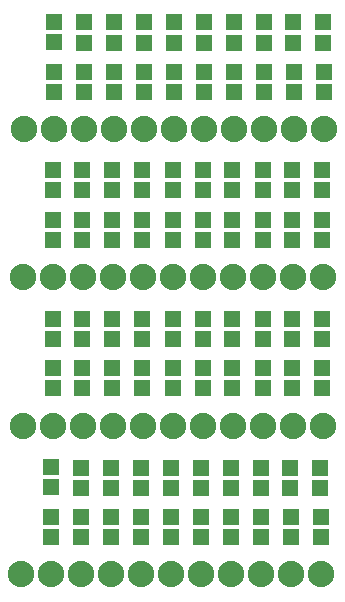
<source format=gts>
G04 MADE WITH FRITZING*
G04 WWW.FRITZING.ORG*
G04 DOUBLE SIDED*
G04 HOLES PLATED*
G04 CONTOUR ON CENTER OF CONTOUR VECTOR*
%ASAXBY*%
%FSLAX23Y23*%
%MOIN*%
%OFA0B0*%
%SFA1.0B1.0*%
%ADD10C,0.088000*%
%ADD11R,0.053307X0.057244*%
%LNMASK1*%
G90*
G70*
G54D10*
X1085Y66D03*
X985Y66D03*
X885Y66D03*
X785Y66D03*
X685Y66D03*
X585Y66D03*
X485Y66D03*
X385Y66D03*
X285Y66D03*
X185Y66D03*
X85Y66D03*
X1090Y562D03*
X990Y562D03*
X890Y562D03*
X790Y562D03*
X690Y562D03*
X590Y562D03*
X490Y562D03*
X390Y562D03*
X290Y562D03*
X190Y562D03*
X90Y562D03*
X1090Y1058D03*
X990Y1058D03*
X890Y1058D03*
X790Y1058D03*
X690Y1058D03*
X590Y1058D03*
X490Y1058D03*
X390Y1058D03*
X290Y1058D03*
X190Y1058D03*
X90Y1058D03*
X1093Y1550D03*
X993Y1550D03*
X893Y1550D03*
X793Y1550D03*
X693Y1550D03*
X593Y1550D03*
X493Y1550D03*
X393Y1550D03*
X293Y1550D03*
X193Y1550D03*
X93Y1550D03*
G54D11*
X1083Y257D03*
X1083Y190D03*
X1088Y753D03*
X1088Y686D03*
X1088Y1249D03*
X1088Y1182D03*
X1092Y1740D03*
X1092Y1673D03*
X983Y257D03*
X983Y190D03*
X988Y753D03*
X988Y686D03*
X988Y1249D03*
X988Y1182D03*
X992Y1740D03*
X992Y1673D03*
X885Y257D03*
X885Y190D03*
X890Y753D03*
X890Y686D03*
X890Y1249D03*
X890Y1182D03*
X893Y1740D03*
X893Y1673D03*
X783Y257D03*
X783Y190D03*
X788Y753D03*
X788Y686D03*
X788Y1249D03*
X788Y1182D03*
X792Y1740D03*
X792Y1673D03*
X685Y257D03*
X685Y190D03*
X690Y753D03*
X690Y686D03*
X690Y1249D03*
X690Y1182D03*
X693Y1740D03*
X693Y1673D03*
X585Y257D03*
X585Y190D03*
X590Y753D03*
X590Y686D03*
X590Y1249D03*
X590Y1182D03*
X593Y1740D03*
X593Y1673D03*
X483Y257D03*
X483Y190D03*
X488Y753D03*
X488Y686D03*
X488Y1249D03*
X488Y1182D03*
X492Y1740D03*
X492Y1673D03*
X383Y257D03*
X383Y190D03*
X388Y753D03*
X388Y686D03*
X388Y1249D03*
X388Y1182D03*
X392Y1740D03*
X392Y1673D03*
X283Y257D03*
X283Y190D03*
X288Y753D03*
X288Y686D03*
X288Y1249D03*
X288Y1182D03*
X292Y1740D03*
X292Y1673D03*
X184Y257D03*
X184Y190D03*
X190Y753D03*
X190Y686D03*
X190Y1249D03*
X190Y1182D03*
X193Y1741D03*
X193Y1674D03*
X1081Y422D03*
X1081Y355D03*
X1087Y918D03*
X1087Y851D03*
X1087Y1414D03*
X1087Y1347D03*
X1090Y1906D03*
X1090Y1839D03*
X981Y422D03*
X981Y355D03*
X987Y918D03*
X987Y851D03*
X987Y1414D03*
X987Y1347D03*
X990Y1906D03*
X990Y1839D03*
X885Y422D03*
X885Y355D03*
X890Y918D03*
X890Y851D03*
X890Y1414D03*
X890Y1347D03*
X893Y1906D03*
X893Y1839D03*
X783Y422D03*
X783Y355D03*
X788Y918D03*
X788Y851D03*
X788Y1414D03*
X788Y1347D03*
X792Y1906D03*
X792Y1839D03*
X685Y422D03*
X685Y355D03*
X690Y918D03*
X690Y851D03*
X690Y1414D03*
X690Y1347D03*
X693Y1906D03*
X693Y1839D03*
X585Y422D03*
X585Y355D03*
X590Y918D03*
X590Y851D03*
X590Y1414D03*
X590Y1347D03*
X593Y1906D03*
X593Y1839D03*
X483Y422D03*
X483Y355D03*
X488Y918D03*
X488Y851D03*
X488Y1414D03*
X488Y1347D03*
X492Y1906D03*
X492Y1839D03*
X383Y422D03*
X383Y355D03*
X388Y918D03*
X388Y851D03*
X388Y1414D03*
X388Y1347D03*
X392Y1906D03*
X392Y1839D03*
X283Y422D03*
X283Y355D03*
X288Y918D03*
X288Y851D03*
X288Y1414D03*
X288Y1347D03*
X292Y1906D03*
X292Y1839D03*
X184Y423D03*
X184Y356D03*
X189Y919D03*
X189Y852D03*
X189Y1415D03*
X189Y1348D03*
X192Y1906D03*
X192Y1840D03*
G04 End of Mask1*
M02*
</source>
